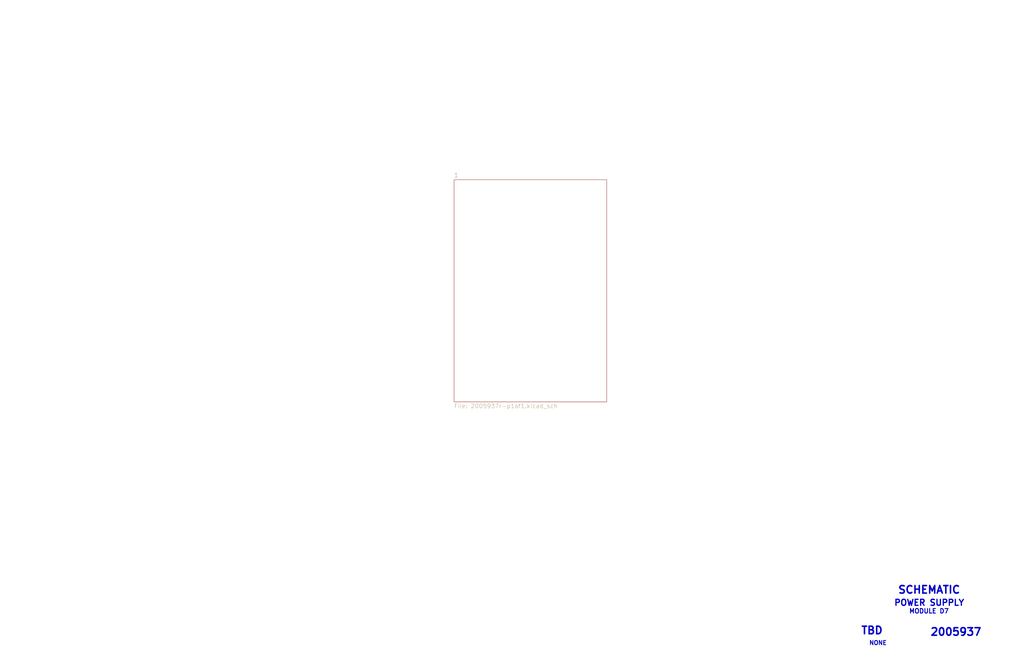
<source format=kicad_sch>
(kicad_sch (version 20211123) (generator eeschema)
  (paper "D")
  (lib_symbols)
  (text "SCHEMATIC" (at 756.92 501.65 0) (effects (font (size 6.35 6.35) (thickness 1.27) bold) (justify left bottom)))
  (text "NONE" (at 732.79 544.83 0) (effects (font (size 3.556 3.556) (thickness 0.7112) bold) (justify left bottom)))
  (text "2005937" (at 784.225 537.21 0) (effects (font (size 6.35 6.35) (thickness 1.27) bold) (justify left bottom)))
  (text "MODULE D7" (at 766.445 518.16 0) (effects (font (size 3.81 3.81) (thickness 0.762) bold) (justify left bottom)))
  (text "POWER SUPPLY" (at 753.745 511.81 0) (effects (font (size 5.08 5.08) (thickness 1.016) bold) (justify left bottom)))
  (text "TBD" (at 725.805 535.94 0) (effects (font (size 6.35 6.35) (thickness 1.27) bold) (justify left bottom)))
  (sheet (at 382.905 151.765) (size 128.905 187.325)
    (property "Sheet name" "1" (at 382.905 149.9104 0) (effects (font (size 3.556 3.556)) (justify left bottom)))
    (property "Sheet file" "2005937r-p1of1.kicad_sch" (at 382.905 340.589 0) (effects (font (size 3.556 3.556)) (justify left top)))
  )
)
</source>
